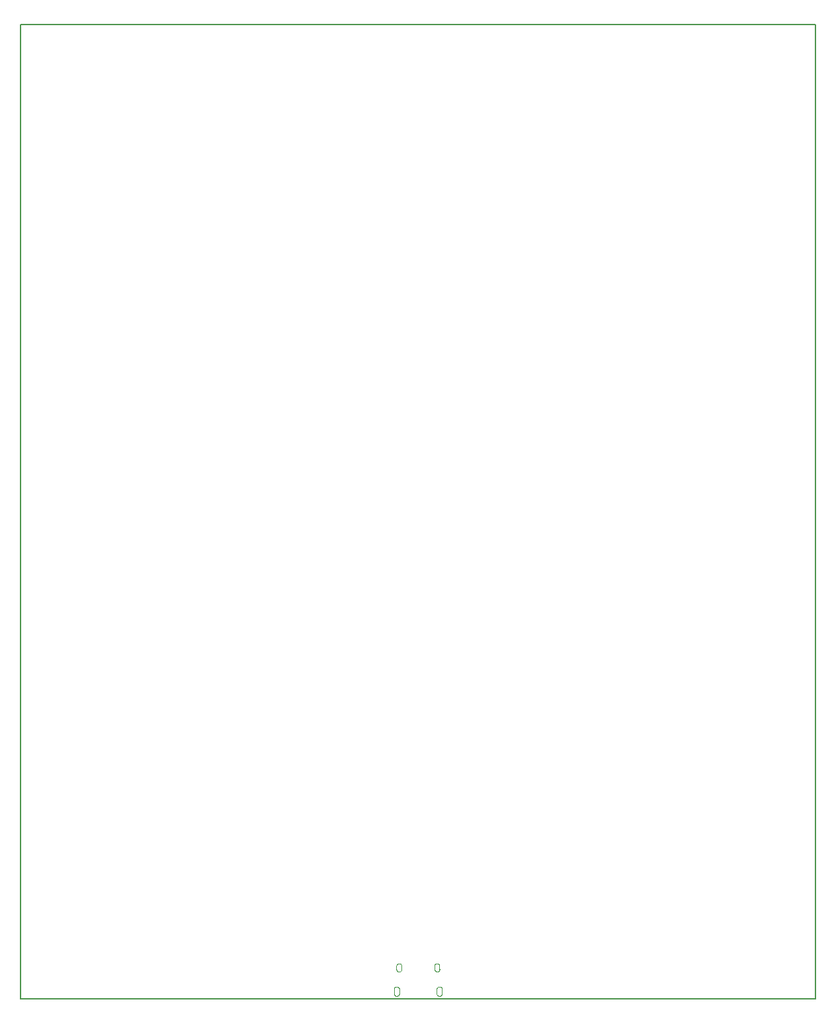
<source format=gko>
G75*
%MOIN*%
%OFA0B0*%
%FSLAX25Y25*%
%IPPOS*%
%LPD*%
%AMOC8*
5,1,8,0,0,1.08239X$1,22.5*
%
%ADD10C,0.00600*%
%ADD11C,0.00079*%
D10*
X0001300Y0008524D02*
X0001300Y0498524D01*
X0401300Y0498524D01*
X0401300Y0008524D01*
X0001300Y0008524D01*
D11*
X0189174Y0011221D02*
X0189174Y0013583D01*
X0189184Y0013654D01*
X0189198Y0013723D01*
X0189216Y0013792D01*
X0189237Y0013860D01*
X0189262Y0013927D01*
X0189291Y0013992D01*
X0189323Y0014056D01*
X0189358Y0014117D01*
X0189396Y0014177D01*
X0189438Y0014235D01*
X0189483Y0014290D01*
X0189530Y0014344D01*
X0189580Y0014394D01*
X0189633Y0014442D01*
X0189688Y0014487D01*
X0189746Y0014528D01*
X0189805Y0014567D01*
X0189867Y0014603D01*
X0189930Y0014635D01*
X0189996Y0014664D01*
X0190062Y0014689D01*
X0190130Y0014711D01*
X0190199Y0014729D01*
X0190268Y0014744D01*
X0190338Y0014754D01*
X0190409Y0014761D01*
X0190480Y0014765D01*
X0190551Y0014764D01*
X0190552Y0014764D02*
X0190623Y0014765D01*
X0190694Y0014761D01*
X0190765Y0014754D01*
X0190835Y0014744D01*
X0190904Y0014729D01*
X0190973Y0014711D01*
X0191041Y0014689D01*
X0191107Y0014664D01*
X0191173Y0014635D01*
X0191236Y0014603D01*
X0191298Y0014567D01*
X0191357Y0014528D01*
X0191415Y0014487D01*
X0191470Y0014442D01*
X0191523Y0014394D01*
X0191573Y0014344D01*
X0191620Y0014290D01*
X0191665Y0014235D01*
X0191707Y0014177D01*
X0191745Y0014117D01*
X0191780Y0014056D01*
X0191812Y0013992D01*
X0191841Y0013927D01*
X0191866Y0013860D01*
X0191887Y0013792D01*
X0191905Y0013723D01*
X0191919Y0013654D01*
X0191929Y0013583D01*
X0191930Y0013583D02*
X0191930Y0011221D01*
X0191929Y0011222D02*
X0191919Y0011151D01*
X0191905Y0011082D01*
X0191887Y0011013D01*
X0191866Y0010945D01*
X0191841Y0010878D01*
X0191812Y0010813D01*
X0191780Y0010749D01*
X0191745Y0010688D01*
X0191707Y0010628D01*
X0191665Y0010570D01*
X0191620Y0010515D01*
X0191573Y0010461D01*
X0191523Y0010411D01*
X0191470Y0010363D01*
X0191415Y0010318D01*
X0191357Y0010277D01*
X0191298Y0010238D01*
X0191236Y0010202D01*
X0191173Y0010170D01*
X0191107Y0010141D01*
X0191041Y0010116D01*
X0190973Y0010094D01*
X0190904Y0010076D01*
X0190835Y0010061D01*
X0190765Y0010051D01*
X0190694Y0010044D01*
X0190623Y0010040D01*
X0190552Y0010041D01*
X0190551Y0010041D02*
X0190480Y0010040D01*
X0190409Y0010044D01*
X0190338Y0010051D01*
X0190268Y0010061D01*
X0190199Y0010076D01*
X0190130Y0010094D01*
X0190062Y0010116D01*
X0189996Y0010141D01*
X0189930Y0010170D01*
X0189867Y0010202D01*
X0189805Y0010238D01*
X0189746Y0010277D01*
X0189688Y0010318D01*
X0189633Y0010363D01*
X0189580Y0010411D01*
X0189530Y0010461D01*
X0189483Y0010515D01*
X0189438Y0010570D01*
X0189396Y0010628D01*
X0189358Y0010688D01*
X0189323Y0010749D01*
X0189291Y0010813D01*
X0189262Y0010878D01*
X0189237Y0010945D01*
X0189216Y0011013D01*
X0189198Y0011082D01*
X0189184Y0011151D01*
X0189174Y0011222D01*
X0190454Y0023544D02*
X0190454Y0025119D01*
X0190453Y0025119D02*
X0190454Y0025189D01*
X0190459Y0025258D01*
X0190467Y0025327D01*
X0190479Y0025396D01*
X0190495Y0025463D01*
X0190515Y0025530D01*
X0190539Y0025596D01*
X0190566Y0025660D01*
X0190596Y0025722D01*
X0190630Y0025783D01*
X0190667Y0025842D01*
X0190708Y0025899D01*
X0190751Y0025953D01*
X0190798Y0026005D01*
X0190847Y0026054D01*
X0190899Y0026101D01*
X0190953Y0026144D01*
X0191010Y0026185D01*
X0191069Y0026222D01*
X0191130Y0026256D01*
X0191192Y0026286D01*
X0191256Y0026313D01*
X0191322Y0026337D01*
X0191389Y0026357D01*
X0191456Y0026373D01*
X0191525Y0026385D01*
X0191594Y0026393D01*
X0191663Y0026398D01*
X0191733Y0026399D01*
X0191802Y0026397D01*
X0191871Y0026391D01*
X0191940Y0026382D01*
X0192008Y0026369D01*
X0192075Y0026352D01*
X0192142Y0026332D01*
X0192207Y0026308D01*
X0192270Y0026281D01*
X0192333Y0026250D01*
X0192393Y0026216D01*
X0192451Y0026178D01*
X0192508Y0026138D01*
X0192562Y0026095D01*
X0192613Y0026048D01*
X0192662Y0025999D01*
X0192709Y0025948D01*
X0192752Y0025894D01*
X0192792Y0025837D01*
X0192830Y0025779D01*
X0192864Y0025719D01*
X0192895Y0025656D01*
X0192922Y0025593D01*
X0192946Y0025528D01*
X0192966Y0025461D01*
X0192983Y0025394D01*
X0192996Y0025326D01*
X0193005Y0025257D01*
X0193011Y0025188D01*
X0193013Y0025119D01*
X0193013Y0023544D01*
X0193017Y0023477D01*
X0193017Y0023410D01*
X0193013Y0023342D01*
X0193005Y0023276D01*
X0192994Y0023209D01*
X0192978Y0023144D01*
X0192959Y0023079D01*
X0192937Y0023016D01*
X0192911Y0022954D01*
X0192881Y0022893D01*
X0192848Y0022835D01*
X0192812Y0022778D01*
X0192772Y0022724D01*
X0192730Y0022671D01*
X0192684Y0022622D01*
X0192636Y0022575D01*
X0192585Y0022531D01*
X0192532Y0022489D01*
X0192477Y0022451D01*
X0192419Y0022417D01*
X0192360Y0022385D01*
X0192298Y0022357D01*
X0192236Y0022332D01*
X0192172Y0022311D01*
X0192107Y0022294D01*
X0192041Y0022281D01*
X0191974Y0022271D01*
X0191907Y0022265D01*
X0191840Y0022263D01*
X0191773Y0022265D01*
X0191773Y0022264D02*
X0191700Y0022267D01*
X0191628Y0022274D01*
X0191557Y0022285D01*
X0191486Y0022299D01*
X0191416Y0022317D01*
X0191347Y0022340D01*
X0191279Y0022365D01*
X0191213Y0022395D01*
X0191149Y0022428D01*
X0191086Y0022464D01*
X0191026Y0022504D01*
X0190967Y0022547D01*
X0190912Y0022593D01*
X0190858Y0022642D01*
X0190808Y0022693D01*
X0190760Y0022748D01*
X0190715Y0022805D01*
X0190674Y0022864D01*
X0190636Y0022925D01*
X0190601Y0022989D01*
X0190569Y0023054D01*
X0190542Y0023121D01*
X0190517Y0023189D01*
X0190497Y0023258D01*
X0190480Y0023329D01*
X0190467Y0023400D01*
X0190458Y0023472D01*
X0190453Y0023544D01*
X0209587Y0023544D02*
X0209587Y0025119D01*
X0209588Y0025189D01*
X0209593Y0025258D01*
X0209601Y0025327D01*
X0209613Y0025396D01*
X0209629Y0025463D01*
X0209649Y0025530D01*
X0209673Y0025596D01*
X0209700Y0025660D01*
X0209730Y0025722D01*
X0209764Y0025783D01*
X0209801Y0025842D01*
X0209842Y0025899D01*
X0209885Y0025953D01*
X0209932Y0026005D01*
X0209981Y0026054D01*
X0210033Y0026101D01*
X0210087Y0026144D01*
X0210144Y0026185D01*
X0210203Y0026222D01*
X0210264Y0026256D01*
X0210326Y0026286D01*
X0210390Y0026313D01*
X0210456Y0026337D01*
X0210523Y0026357D01*
X0210590Y0026373D01*
X0210659Y0026385D01*
X0210728Y0026393D01*
X0210797Y0026398D01*
X0210867Y0026399D01*
X0210936Y0026397D01*
X0211005Y0026391D01*
X0211074Y0026382D01*
X0211142Y0026369D01*
X0211209Y0026352D01*
X0211276Y0026332D01*
X0211341Y0026308D01*
X0211404Y0026281D01*
X0211467Y0026250D01*
X0211527Y0026216D01*
X0211585Y0026178D01*
X0211642Y0026138D01*
X0211696Y0026095D01*
X0211747Y0026048D01*
X0211796Y0025999D01*
X0211843Y0025948D01*
X0211886Y0025894D01*
X0211926Y0025837D01*
X0211964Y0025779D01*
X0211998Y0025719D01*
X0212029Y0025656D01*
X0212056Y0025593D01*
X0212080Y0025528D01*
X0212100Y0025461D01*
X0212117Y0025394D01*
X0212130Y0025326D01*
X0212139Y0025257D01*
X0212145Y0025188D01*
X0212147Y0025119D01*
X0212146Y0025119D02*
X0212146Y0023544D01*
X0212147Y0023544D02*
X0212151Y0023477D01*
X0212151Y0023410D01*
X0212147Y0023342D01*
X0212139Y0023276D01*
X0212128Y0023209D01*
X0212112Y0023144D01*
X0212093Y0023079D01*
X0212071Y0023016D01*
X0212045Y0022954D01*
X0212015Y0022893D01*
X0211982Y0022835D01*
X0211946Y0022778D01*
X0211906Y0022724D01*
X0211864Y0022671D01*
X0211818Y0022622D01*
X0211770Y0022575D01*
X0211719Y0022531D01*
X0211666Y0022489D01*
X0211611Y0022451D01*
X0211553Y0022417D01*
X0211494Y0022385D01*
X0211432Y0022357D01*
X0211370Y0022332D01*
X0211306Y0022311D01*
X0211241Y0022294D01*
X0211175Y0022281D01*
X0211108Y0022271D01*
X0211041Y0022265D01*
X0210974Y0022263D01*
X0210907Y0022265D01*
X0210907Y0022264D02*
X0210834Y0022267D01*
X0210762Y0022274D01*
X0210691Y0022285D01*
X0210620Y0022299D01*
X0210550Y0022317D01*
X0210481Y0022340D01*
X0210413Y0022365D01*
X0210347Y0022395D01*
X0210283Y0022428D01*
X0210220Y0022464D01*
X0210160Y0022504D01*
X0210101Y0022547D01*
X0210046Y0022593D01*
X0209992Y0022642D01*
X0209942Y0022693D01*
X0209894Y0022748D01*
X0209849Y0022805D01*
X0209808Y0022864D01*
X0209770Y0022925D01*
X0209735Y0022989D01*
X0209703Y0023054D01*
X0209676Y0023121D01*
X0209651Y0023189D01*
X0209631Y0023258D01*
X0209614Y0023329D01*
X0209601Y0023400D01*
X0209592Y0023472D01*
X0209587Y0023544D01*
X0210670Y0013583D02*
X0210670Y0011221D01*
X0210671Y0011222D02*
X0210681Y0011151D01*
X0210695Y0011082D01*
X0210713Y0011013D01*
X0210734Y0010945D01*
X0210759Y0010878D01*
X0210788Y0010813D01*
X0210820Y0010749D01*
X0210855Y0010688D01*
X0210893Y0010628D01*
X0210935Y0010570D01*
X0210980Y0010515D01*
X0211027Y0010461D01*
X0211077Y0010411D01*
X0211130Y0010363D01*
X0211185Y0010318D01*
X0211243Y0010277D01*
X0211302Y0010238D01*
X0211364Y0010202D01*
X0211427Y0010170D01*
X0211493Y0010141D01*
X0211559Y0010116D01*
X0211627Y0010094D01*
X0211696Y0010076D01*
X0211765Y0010061D01*
X0211835Y0010051D01*
X0211906Y0010044D01*
X0211977Y0010040D01*
X0212048Y0010041D01*
X0212049Y0010041D02*
X0212120Y0010040D01*
X0212191Y0010044D01*
X0212262Y0010051D01*
X0212332Y0010061D01*
X0212401Y0010076D01*
X0212470Y0010094D01*
X0212538Y0010116D01*
X0212604Y0010141D01*
X0212670Y0010170D01*
X0212733Y0010202D01*
X0212795Y0010238D01*
X0212854Y0010277D01*
X0212912Y0010318D01*
X0212967Y0010363D01*
X0213020Y0010411D01*
X0213070Y0010461D01*
X0213117Y0010515D01*
X0213162Y0010570D01*
X0213204Y0010628D01*
X0213242Y0010688D01*
X0213277Y0010749D01*
X0213309Y0010813D01*
X0213338Y0010878D01*
X0213363Y0010945D01*
X0213384Y0011013D01*
X0213402Y0011082D01*
X0213416Y0011151D01*
X0213426Y0011222D01*
X0213426Y0011221D02*
X0213426Y0013583D01*
X0213416Y0013654D01*
X0213402Y0013723D01*
X0213384Y0013792D01*
X0213363Y0013860D01*
X0213338Y0013927D01*
X0213309Y0013992D01*
X0213277Y0014056D01*
X0213242Y0014117D01*
X0213204Y0014177D01*
X0213162Y0014235D01*
X0213117Y0014290D01*
X0213070Y0014344D01*
X0213020Y0014394D01*
X0212967Y0014442D01*
X0212912Y0014487D01*
X0212854Y0014528D01*
X0212795Y0014567D01*
X0212733Y0014603D01*
X0212670Y0014635D01*
X0212604Y0014664D01*
X0212538Y0014689D01*
X0212470Y0014711D01*
X0212401Y0014729D01*
X0212332Y0014744D01*
X0212262Y0014754D01*
X0212191Y0014761D01*
X0212120Y0014765D01*
X0212049Y0014764D01*
X0212048Y0014764D02*
X0211977Y0014765D01*
X0211906Y0014761D01*
X0211835Y0014754D01*
X0211765Y0014744D01*
X0211696Y0014729D01*
X0211627Y0014711D01*
X0211559Y0014689D01*
X0211493Y0014664D01*
X0211427Y0014635D01*
X0211364Y0014603D01*
X0211302Y0014567D01*
X0211243Y0014528D01*
X0211185Y0014487D01*
X0211130Y0014442D01*
X0211077Y0014394D01*
X0211027Y0014344D01*
X0210980Y0014290D01*
X0210935Y0014235D01*
X0210893Y0014177D01*
X0210855Y0014117D01*
X0210820Y0014056D01*
X0210788Y0013992D01*
X0210759Y0013927D01*
X0210734Y0013860D01*
X0210713Y0013792D01*
X0210695Y0013723D01*
X0210681Y0013654D01*
X0210671Y0013583D01*
M02*

</source>
